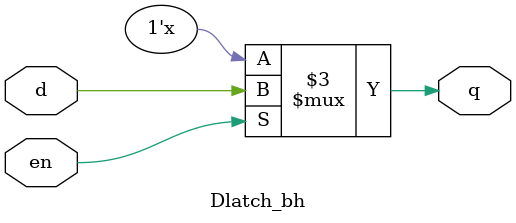
<source format=v>
/***********************
    D Latch - Behavioural
***********************/

module Dlatch_bh(q,d,en);
input en,d;
output reg q;

always@(en,q)
    if(en) q=d;

endmodule

</source>
